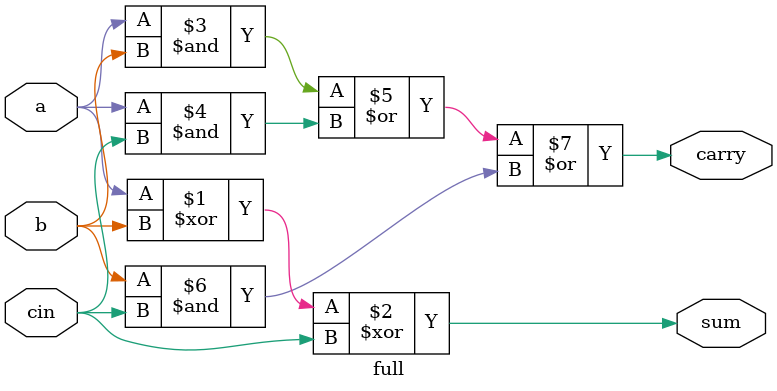
<source format=v>
module top_module#(parameter size = 3)( 
    input [size-1:0] a, b,
    input cin,
    output [size-1:0] cout,
    output [size-1:0] sum );
    full f0(a[0],b[0],cin,sum[0],cout[0]);
    genvar i;
    generate 
        for(i=1;i<size;i++)begin:file
            full fi(a[i],b[i],cout[i-1],sum[i],cout[i]);
        end
    endgenerate
endmodule
module full(a,b,cin,sum,carry);
  	input a,b,cin;
  	output sum,carry;
  	assign sum = a^b^cin;
  	assign carry= a&b|a&cin|b&cin ;
endmodule

</source>
